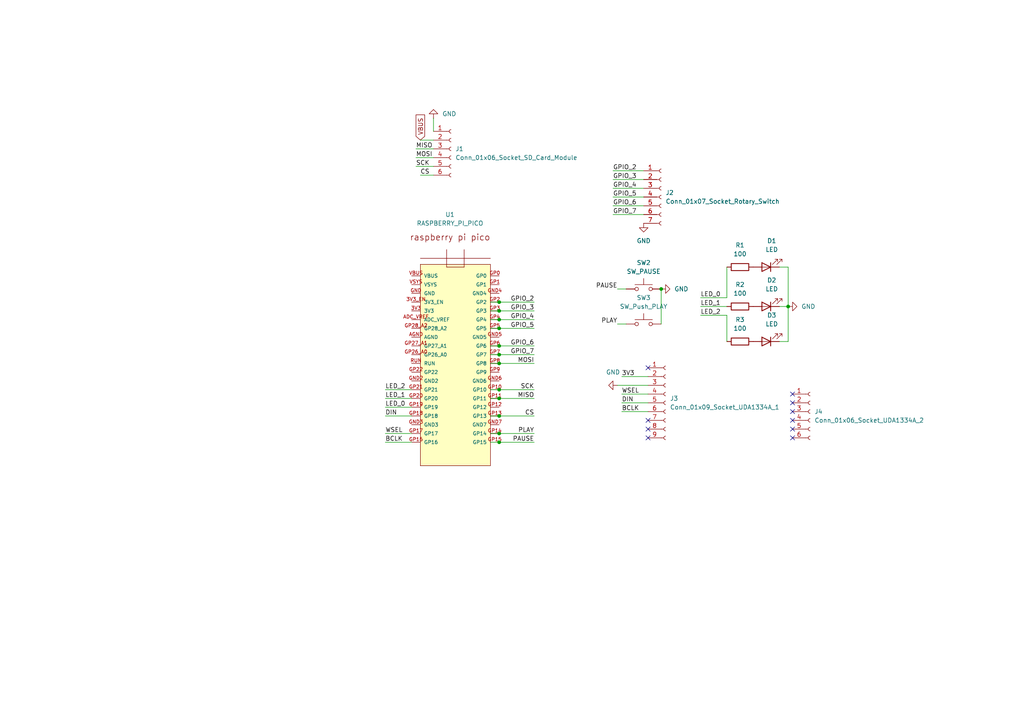
<source format=kicad_sch>
(kicad_sch (version 20231120) (generator "eeschema") (generator_version "8.0")
  (paper "A4")
  (lib_symbols
    (symbol "Connector:Conn_01x06_Socket" (pin_names (offset 1.016) hide)
      (property "Reference" "J" (at 0 7.62 0))
      (property "Value" "Conn_01x06_Socket" (at 0 -10.16 0))
      (symbol "Conn_01x06_Socket_1_1"
        (arc (start 0 -7.112) (mid -0.5058 -7.62) (end 0 -8.128) (stroke (width 0.1524)))
        (arc (start 0 -4.572) (mid -0.5058 -5.08) (end 0 -5.588) (stroke (width 0.1524)))
        (arc (start 0 -2.032) (mid -0.5058 -2.54) (end 0 -3.048) (stroke (width 0.1524)))
        (polyline (pts (xy -1.27 -7.62) (xy -0.508 -7.62)) (stroke (width 0.1524)))
        (polyline (pts (xy -1.27 -5.08) (xy -0.508 -5.08)) (stroke (width 0.1524)))
        (polyline (pts (xy -1.27 -2.54) (xy -0.508 -2.54)) (stroke (width 0.1524)))
        (polyline (pts (xy -1.27 0) (xy -0.508 0)) (stroke (width 0.1524)))
        (polyline (pts (xy -1.27 2.54) (xy -0.508 2.54)) (stroke (width 0.1524)))
        (polyline (pts (xy -1.27 5.08) (xy -0.508 5.08)) (stroke (width 0.1524)))
        (arc (start 0 0.508) (mid -0.5058 0) (end 0 -0.508) (stroke (width 0.1524)))
        (arc (start 0 3.048) (mid -0.5058 2.54) (end 0 2.032) (stroke (width 0.1524)))
        (arc (start 0 5.588) (mid -0.5058 5.08) (end 0 4.572) (stroke (width 0.1524)))
        (pin passive line (at -5.08 5.08 0) (length 3.81) (name "Pin_1") (number "1"))
        (pin passive line (at -5.08 2.54 0) (length 3.81) (name "Pin_2") (number "2"))
        (pin passive line (at -5.08 0 0) (length 3.81) (name "Pin_3") (number "3"))
        (pin passive line (at -5.08 -2.54 0) (length 3.81) (name "Pin_4") (number "4"))
        (pin passive line (at -5.08 -5.08 0) (length 3.81) (name "Pin_5") (number "5"))
        (pin passive line (at -5.08 -7.62 0) (length 3.81) (name "Pin_6") (number "6"))
      )
    )
    (symbol "Connector:Conn_01x07_Socket" (pin_names (offset 1.016) hide)
      (property "Reference" "J" (at 0 10.16 0))
      (property "Value" "Conn_01x07_Socket" (at 0 -10.16 0))
      (symbol "Conn_01x07_Socket_1_1"
        (arc (start 0 -7.112) (mid -0.5058 -7.62) (end 0 -8.128) (stroke (width 0.1524)))
        (arc (start 0 -4.572) (mid -0.5058 -5.08) (end 0 -5.588) (stroke (width 0.1524)))
        (arc (start 0 -2.032) (mid -0.5058 -2.54) (end 0 -3.048) (stroke (width 0.1524)))
        (polyline (pts (xy -1.27 -7.62) (xy -0.508 -7.62)) (stroke (width 0.1524)))
        (polyline (pts (xy -1.27 -5.08) (xy -0.508 -5.08)) (stroke (width 0.1524)))
        (polyline (pts (xy -1.27 -2.54) (xy -0.508 -2.54)) (stroke (width 0.1524)))
        (polyline (pts (xy -1.27 0) (xy -0.508 0)) (stroke (width 0.1524)))
        (polyline (pts (xy -1.27 2.54) (xy -0.508 2.54)) (stroke (width 0.1524)))
        (polyline (pts (xy -1.27 5.08) (xy -0.508 5.08)) (stroke (width 0.1524)))
        (polyline (pts (xy -1.27 7.62) (xy -0.508 7.62)) (stroke (width 0.1524)))
        (arc (start 0 0.508) (mid -0.5058 0) (end 0 -0.508) (stroke (width 0.1524)))
        (arc (start 0 3.048) (mid -0.5058 2.54) (end 0 2.032) (stroke (width 0.1524)))
        (arc (start 0 5.588) (mid -0.5058 5.08) (end 0 4.572) (stroke (width 0.1524)))
        (arc (start 0 8.128) (mid -0.5058 7.62) (end 0 7.112) (stroke (width 0.1524)))
        (pin passive line (at -5.08 7.62 0) (length 3.81) (name "Pin_1") (number "1"))
        (pin passive line (at -5.08 5.08 0) (length 3.81) (name "Pin_2") (number "2"))
        (pin passive line (at -5.08 2.54 0) (length 3.81) (name "Pin_3") (number "3"))
        (pin passive line (at -5.08 0 0) (length 3.81) (name "Pin_4") (number "4"))
        (pin passive line (at -5.08 -2.54 0) (length 3.81) (name "Pin_5") (number "5"))
        (pin passive line (at -5.08 -5.08 0) (length 3.81) (name "Pin_6") (number "6"))
        (pin passive line (at -5.08 -7.62 0) (length 3.81) (name "Pin_7") (number "7"))
      )
    )
    (symbol "Connector:Conn_01x09_Socket" (pin_names (offset 1.016) hide)
      (property "Reference" "J" (at 0 12.7 0))
      (property "Value" "Conn_01x09_Socket" (at 0 -12.7 0))
      (symbol "Conn_01x09_Socket_1_1"
        (arc (start 0 -9.652) (mid -0.5058 -10.16) (end 0 -10.668) (stroke (width 0.1524)))
        (arc (start 0 -7.112) (mid -0.5058 -7.62) (end 0 -8.128) (stroke (width 0.1524)))
        (arc (start 0 -4.572) (mid -0.5058 -5.08) (end 0 -5.588) (stroke (width 0.1524)))
        (arc (start 0 -2.032) (mid -0.5058 -2.54) (end 0 -3.048) (stroke (width 0.1524)))
        (polyline (pts (xy -1.27 -10.16) (xy -0.508 -10.16)) (stroke (width 0.1524)))
        (polyline (pts (xy -1.27 -7.62) (xy -0.508 -7.62)) (stroke (width 0.1524)))
        (polyline (pts (xy -1.27 -5.08) (xy -0.508 -5.08)) (stroke (width 0.1524)))
        (polyline (pts (xy -1.27 -2.54) (xy -0.508 -2.54)) (stroke (width 0.1524)))
        (polyline (pts (xy -1.27 0) (xy -0.508 0)) (stroke (width 0.1524)))
        (polyline (pts (xy -1.27 2.54) (xy -0.508 2.54)) (stroke (width 0.1524)))
        (polyline (pts (xy -1.27 5.08) (xy -0.508 5.08)) (stroke (width 0.1524)))
        (polyline (pts (xy -1.27 7.62) (xy -0.508 7.62)) (stroke (width 0.1524)))
        (polyline (pts (xy -1.27 10.16) (xy -0.508 10.16)) (stroke (width 0.1524)))
        (arc (start 0 0.508) (mid -0.5058 0) (end 0 -0.508) (stroke (width 0.1524)))
        (arc (start 0 3.048) (mid -0.5058 2.54) (end 0 2.032) (stroke (width 0.1524)))
        (arc (start 0 5.588) (mid -0.5058 5.08) (end 0 4.572) (stroke (width 0.1524)))
        (arc (start 0 8.128) (mid -0.5058 7.62) (end 0 7.112) (stroke (width 0.1524)))
        (arc (start 0 10.668) (mid -0.5058 10.16) (end 0 9.652) (stroke (width 0.1524)))
        (pin passive line (at -5.08 10.16 0) (length 3.81) (name "Pin_1") (number "1"))
        (pin passive line (at -5.08 7.62 0) (length 3.81) (name "Pin_2") (number "2"))
        (pin passive line (at -5.08 5.08 0) (length 3.81) (name "Pin_3") (number "3"))
        (pin passive line (at -5.08 2.54 0) (length 3.81) (name "Pin_4") (number "4"))
        (pin passive line (at -5.08 0 0) (length 3.81) (name "Pin_5") (number "5"))
        (pin passive line (at -5.08 -2.54 0) (length 3.81) (name "Pin_6") (number "6"))
        (pin passive line (at -5.08 -5.08 0) (length 3.81) (name "Pin_7") (number "7"))
        (pin passive line (at -5.08 -7.62 0) (length 3.81) (name "Pin_8") (number "8"))
        (pin passive line (at -5.08 -10.16 0) (length 3.81) (name "Pin_9") (number "9"))
      )
    )
    (symbol "Device:LED" (pin_numbers hide) (pin_names (offset 1.016) hide)
      (property "Reference" "D" (at 0 2.54 0))
      (property "Value" "LED" (at 0 -2.54 0))
      (symbol "LED_0_1"
        (polyline (pts (xy -1.27 -1.27) (xy -1.27 1.27)) (stroke (width 0.254)))
        (polyline (pts (xy -1.27 0) (xy 1.27 0)))
        (polyline (pts (xy 1.27 -1.27) (xy 1.27 1.27) (xy -1.27 0) (xy 1.27 -1.27)) (stroke (width 0.254)))
        (polyline (pts (xy -3.048 -0.762) (xy -4.572 -2.286) (xy -3.81 -2.286) (xy -4.572 -2.286) (xy -4.572 -1.524)))
        (polyline (pts (xy -1.778 -0.762) (xy -3.302 -2.286) (xy -2.54 -2.286) (xy -3.302 -2.286) (xy -3.302 -1.524)))
      )
      (symbol "LED_1_1"
        (pin passive line (at -3.81 0 0) (length 2.54) (name "K") (number "1"))
        (pin passive line (at 3.81 0 180) (length 2.54) (name "A") (number "2"))
      )
    )
    (symbol "Device:R" (pin_numbers hide) (pin_names (offset 0))
      (property "Reference" "R" (at 2.032 0 90))
      (property "Value" "R" (at 0 0 90))
      (symbol "R_0_1"
        (rectangle (start -1.016 -2.54) (end 1.016 2.54) (stroke (width 0.254)))
      )
      (symbol "R_1_1"
        (pin passive line (at 0 3.81 270) (length 1.27) (name "~") (number "1"))
        (pin passive line (at 0 -3.81 90) (length 1.27) (name "~") (number "2"))
      )
    )
    (symbol "RASPBERRY_PI_PICO:RASPBERRY_PI_PICO" (pin_names (offset 1.016))
      (property "Reference" "U" (at 0 0 0))
      (property "Value" "RASPBERRY_PI_PICO" (at 0 0 0))
      (symbol "RASPBERRY_PI_PICO_0_0"
        (rectangle (start -7.62 -34.7604) (end 12.7 23.6596) (stroke (width 0.1524)) (fill (type background)))
        (polyline (pts (xy 0 22.86) (xy 5.08 22.86)) (stroke (width 0.1524)))
        (polyline (pts (xy 0 27.94) (xy 0 22.86)) (stroke (width 0.1524)))
        (polyline (pts (xy 5.08 22.86) (xy 5.08 27.94)) (stroke (width 0.1524)))
        (polyline (pts (xy 12.7 25.4) (xy -7.62 25.4)) (stroke (width 0.1524)))
        (text "raspberry pi pico" (at -7.62 30.48 0) (effects (font (size 1.778 1.778)) (justify left bottom)))
        (pin bidirectional line (at 15.24 10.16 180) (length 2.54) (name "3V3") (number "3V3"))
        (pin bidirectional line (at 15.24 12.7 180) (length 2.54) (name "3V3_EN") (number "3V3_EN"))
        (pin bidirectional line (at 15.24 7.62 180) (length 2.54) (name "ADC_VREF") (number "ADC_VREF"))
        (pin bidirectional line (at 15.24 2.54 180) (length 2.54) (name "AGND") (number "AGND"))
        (pin bidirectional line (at 15.24 15.24 180) (length 2.54) (name "GND") (number "GND"))
        (pin bidirectional line (at 15.24 -10.16 180) (length 2.54) (name "GND2") (number "GND2"))
        (pin bidirectional line (at 15.24 -22.86 180) (length 2.54) (name "GND3") (number "GND3"))
        (pin bidirectional line (at -10.16 15.24 0) (length 2.54) (name "GND4") (number "GND4"))
        (pin bidirectional line (at -10.16 2.54 0) (length 2.54) (name "GND5") (number "GND5"))
        (pin bidirectional line (at -10.16 -10.16 0) (length 2.54) (name "GND6") (number "GND6"))
        (pin bidirectional line (at -10.16 -22.86 0) (length 2.54) (name "GND7") (number "GND7"))
        (pin bidirectional line (at -10.16 20.32 0) (length 2.54) (name "GP0") (number "GP0"))
        (pin bidirectional line (at -10.16 17.78 0) (length 2.54) (name "GP1") (number "GP1"))
        (pin bidirectional line (at -10.16 -12.7 0) (length 2.54) (name "GP10") (number "GP10"))
        (pin bidirectional line (at -10.16 -15.24 0) (length 2.54) (name "GP11") (number "GP11"))
        (pin bidirectional line (at -10.16 -17.78 0) (length 2.54) (name "GP12") (number "GP12"))
        (pin bidirectional line (at -10.16 -20.32 0) (length 2.54) (name "GP13") (number "GP13"))
        (pin bidirectional line (at -10.16 -25.4 0) (length 2.54) (name "GP14") (number "GP14"))
        (pin bidirectional line (at -10.16 -27.94 0) (length 2.54) (name "GP15") (number "GP15"))
        (pin bidirectional line (at 15.24 -27.94 180) (length 2.54) (name "GP16") (number "GP16"))
        (pin bidirectional line (at 15.24 -25.4 180) (length 2.54) (name "GP17") (number "GP17"))
        (pin bidirectional line (at 15.24 -20.32 180) (length 2.54) (name "GP18") (number "GP18"))
        (pin bidirectional line (at 15.24 -17.78 180) (length 2.54) (name "GP19") (number "GP19"))
        (pin bidirectional line (at -10.16 12.7 0) (length 2.54) (name "GP2") (number "GP2"))
        (pin bidirectional line (at 15.24 -15.24 180) (length 2.54) (name "GP20") (number "GP20"))
        (pin bidirectional line (at 15.24 -12.7 180) (length 2.54) (name "GP21") (number "GP21"))
        (pin bidirectional line (at 15.24 -7.62 180) (length 2.54) (name "GP22") (number "GP22"))
        (pin bidirectional line (at 15.24 -2.54 180) (length 2.54) (name "GP26_A0") (number "GP26_A0"))
        (pin bidirectional line (at 15.24 0 180) (length 2.54) (name "GP27_A1") (number "GP27_A1"))
        (pin bidirectional line (at 15.24 5.08 180) (length 2.54) (name "GP28_A2") (number "GP28_A2"))
        (pin bidirectional line (at -10.16 10.16 0) (length 2.54) (name "GP3") (number "GP3"))
        (pin bidirectional line (at -10.16 7.62 0) (length 2.54) (name "GP4") (number "GP4"))
        (pin bidirectional line (at -10.16 5.08 0) (length 2.54) (name "GP5") (number "GP5"))
        (pin bidirectional line (at -10.16 0 0) (length 2.54) (name "GP6") (number "GP6"))
        (pin bidirectional line (at -10.16 -2.54 0) (length 2.54) (name "GP7") (number "GP7"))
        (pin bidirectional line (at -10.16 -5.08 0) (length 2.54) (name "GP8") (number "GP8"))
        (pin bidirectional line (at -10.16 -7.62 0) (length 2.54) (name "GP9") (number "GP9"))
        (pin bidirectional line (at 15.24 -5.08 180) (length 2.54) (name "RUN") (number "RUN"))
        (pin bidirectional line (at 15.24 20.32 180) (length 2.54) (name "VBUS") (number "VBUS"))
        (pin bidirectional line (at 15.24 17.78 180) (length 2.54) (name "VSYS") (number "VSYS"))
      )
    )
    (symbol "Switch:SW_Push" (pin_numbers hide) (pin_names (offset 1.016) hide)
      (property "Reference" "SW" (at 1.27 2.54 0))
      (property "Value" "SW_Push" (at 0 -1.524 0))
      (symbol "SW_Push_0_1"
        (circle (center -2.032 0) (radius 0.508))
        (polyline (pts (xy 0 1.27) (xy 0 3.048)))
        (polyline (pts (xy 2.54 1.27) (xy -2.54 1.27)))
        (circle (center 2.032 0) (radius 0.508))
        (pin passive line (at -5.08 0 0) (length 2.54) (name "1") (number "1"))
        (pin passive line (at 5.08 0 180) (length 2.54) (name "2") (number "2"))
      )
    )
    (symbol "power:GND" (power) (pin_numbers hide) (pin_names (offset 0) hide)
      (property "Value" "GND" (at 0 -3.81 0))
      (symbol "GND_0_1"
        (polyline (pts (xy 0 0) (xy 0 -1.27) (xy 1.27 -1.27) (xy 0 -2.54) (xy -1.27 -1.27) (xy 0 -1.27)))
      )
      (symbol "GND_1_1"
        (pin power_in line (at 0 0 270) (length 0) (name "~") (number "1"))
      )
    )
  )
  (junction (at 228.6 88.9))
  (junction (at 144.78 102.87))
  (junction (at 144.78 120.65))
  (junction (at 144.78 128.27))
  (junction (at 144.78 100.33))
  (junction (at 144.78 92.71))
  (junction (at 144.78 90.17))
  (junction (at 144.78 105.41))
  (junction (at 144.78 95.25))
  (junction (at 144.78 113.03))
  (junction (at 191.77 83.82))
  (junction (at 144.78 87.63))
  (junction (at 144.78 115.57))
  (junction (at 144.78 125.73))
  (no_connect (at 187.96 124.46))
  (no_connect (at 229.87 127))
  (no_connect (at 187.96 106.68))
  (no_connect (at 229.87 121.92))
  (no_connect (at 229.87 114.3))
  (no_connect (at 187.96 127))
  (no_connect (at 187.96 121.92))
  (no_connect (at 229.87 119.38))
  (no_connect (at 229.87 124.46))
  (no_connect (at 229.87 116.84))
  (wire (pts (xy 142.24 100.33) (xy 144.78 100.33)))
  (wire (pts (xy 177.8 57.15) (xy 186.69 57.15)))
  (wire (pts (xy 121.92 50.8) (xy 125.73 50.8)))
  (wire (pts (xy 111.76 128.27) (xy 119.38 128.27)))
  (wire (pts (xy 228.6 77.47) (xy 228.6 88.9)))
  (wire (pts (xy 121.92 40.64) (xy 125.73 40.64)))
  (wire (pts (xy 179.07 93.98) (xy 181.61 93.98)))
  (wire (pts (xy 177.8 49.53) (xy 186.69 49.53)))
  (wire (pts (xy 142.24 113.03) (xy 144.78 113.03)))
  (wire (pts (xy 144.78 125.73) (xy 154.94 125.73)))
  (wire (pts (xy 111.76 118.11) (xy 119.38 118.11)))
  (wire (pts (xy 177.8 54.61) (xy 186.69 54.61)))
  (wire (pts (xy 228.6 88.9) (xy 226.06 88.9)))
  (wire (pts (xy 144.78 102.87) (xy 154.94 102.87)))
  (wire (pts (xy 144.78 87.63) (xy 154.94 87.63)))
  (wire (pts (xy 177.8 59.69) (xy 186.69 59.69)))
  (wire (pts (xy 142.24 105.41) (xy 144.78 105.41)))
  (wire (pts (xy 180.34 116.84) (xy 187.96 116.84)))
  (wire (pts (xy 111.76 120.65) (xy 119.38 120.65)))
  (wire (pts (xy 142.24 87.63) (xy 144.78 87.63)))
  (wire (pts (xy 177.8 52.07) (xy 186.69 52.07)))
  (wire (pts (xy 210.82 86.36) (xy 210.82 77.47)))
  (wire (pts (xy 179.07 83.82) (xy 181.61 83.82)))
  (wire (pts (xy 120.65 43.18) (xy 125.73 43.18)))
  (wire (pts (xy 180.34 109.22) (xy 187.96 109.22)))
  (wire (pts (xy 111.76 113.03) (xy 119.38 113.03)))
  (wire (pts (xy 203.2 86.36) (xy 210.82 86.36)))
  (wire (pts (xy 111.76 115.57) (xy 119.38 115.57)))
  (wire (pts (xy 203.2 91.44) (xy 210.82 91.44)))
  (wire (pts (xy 144.78 115.57) (xy 154.94 115.57)))
  (wire (pts (xy 144.78 92.71) (xy 154.94 92.71)))
  (wire (pts (xy 144.78 100.33) (xy 154.94 100.33)))
  (wire (pts (xy 144.78 120.65) (xy 154.94 120.65)))
  (wire (pts (xy 120.65 48.26) (xy 125.73 48.26)))
  (wire (pts (xy 144.78 128.27) (xy 154.94 128.27)))
  (wire (pts (xy 226.06 99.06) (xy 228.6 99.06)))
  (wire (pts (xy 144.78 105.41) (xy 154.94 105.41)))
  (wire (pts (xy 210.82 91.44) (xy 210.82 99.06)))
  (wire (pts (xy 177.8 62.23) (xy 186.69 62.23)))
  (wire (pts (xy 142.24 92.71) (xy 144.78 92.71)))
  (wire (pts (xy 142.24 120.65) (xy 144.78 120.65)))
  (wire (pts (xy 191.77 83.82) (xy 191.77 93.98)))
  (wire (pts (xy 120.65 45.72) (xy 125.73 45.72)))
  (wire (pts (xy 142.24 128.27) (xy 144.78 128.27)))
  (wire (pts (xy 142.24 125.73) (xy 144.78 125.73)))
  (wire (pts (xy 226.06 77.47) (xy 228.6 77.47)))
  (wire (pts (xy 142.24 102.87) (xy 144.78 102.87)))
  (wire (pts (xy 203.2 88.9) (xy 210.82 88.9)))
  (wire (pts (xy 144.78 90.17) (xy 154.94 90.17)))
  (wire (pts (xy 144.78 113.03) (xy 154.94 113.03)))
  (wire (pts (xy 111.76 125.73) (xy 119.38 125.73)))
  (wire (pts (xy 142.24 115.57) (xy 144.78 115.57)))
  (wire (pts (xy 179.07 111.76) (xy 187.96 111.76)))
  (wire (pts (xy 144.78 95.25) (xy 154.94 95.25)))
  (wire (pts (xy 125.73 34.29) (xy 125.73 38.1)))
  (wire (pts (xy 142.24 90.17) (xy 144.78 90.17)))
  (wire (pts (xy 180.34 114.3) (xy 187.96 114.3)))
  (wire (pts (xy 180.34 119.38) (xy 187.96 119.38)))
  (wire (pts (xy 142.24 95.25) (xy 144.78 95.25)))
  (wire (pts (xy 228.6 99.06) (xy 228.6 88.9)))
  (label "SCK" (at 120.65 48.26 0))
  (label "GPIO_3" (at 177.8 52.07 0))
  (label "LED_1" (at 203.2 88.9 0))
  (label "GPIO_2" (at 154.94 87.63 180))
  (label "BCLK" (at 111.76 128.27 0))
  (label "LED_1" (at 111.76 115.57 0))
  (label "LED_2" (at 203.2 91.44 0))
  (label "DIN" (at 180.34 116.84 0))
  (label "GPIO_5" (at 154.94 95.25 180))
  (label "WSEL" (at 111.76 125.73 0))
  (label "MOSI" (at 154.94 105.41 180))
  (label "CS" (at 121.92 50.8 0))
  (label "3V3" (at 180.34 109.22 0))
  (label "MISO" (at 120.65 43.18 0))
  (label "GPIO_5" (at 177.8 57.15 0))
  (label "GPIO_6" (at 177.8 59.69 0))
  (label "GPIO_4" (at 154.94 92.71 180))
  (label "CS" (at 154.94 120.65 180))
  (label "SCK" (at 154.94 113.03 180))
  (label "PAUSE" (at 154.94 128.27 180))
  (label "LED_2" (at 111.76 113.03 0))
  (label "WSEL" (at 180.34 114.3 0))
  (label "GPIO_7" (at 154.94 102.87 180))
  (label "PLAY" (at 154.94 125.73 180))
  (label "MOSI" (at 120.65 45.72 0))
  (label "LED_0" (at 111.76 118.11 0))
  (label "GPIO_6" (at 154.94 100.33 180))
  (label "PAUSE" (at 179.07 83.82 180))
  (label "PLAY" (at 179.07 93.98 180))
  (label "DIN" (at 111.76 120.65 0))
  (label "GPIO_3" (at 154.94 90.17 180))
  (label "GPIO_4" (at 177.8 54.61 0))
  (label "LED_0" (at 203.2 86.36 0))
  (label "GPIO_7" (at 177.8 62.23 0))
  (label "MISO" (at 154.94 115.57 180))
  (label "GPIO_2" (at 177.8 49.53 0))
  (label "BCLK" (at 180.34 119.38 0))
  (global_label "VBUS" (shape input) (at 121.92 40.64 90) (property "Intersheetrefs" "${INTERSHEET_REFS}" (effects (hide yes))))
  (symbol (lib_id "Switch:SW_Push") (at 186.69 83.82 0) (unit 1)
    (property "Reference" "SW2" (at 186.69 76.2 0))
    (property "Value" "SW_PAUSE" (at 186.69 78.74 0))
    (property "Footprint" "Button_Switch_THT:SW_Tactile_Straight_KSL0Axx1LFTR" (effects (hide yes)))
    (property "Description" "Push button switch, generic, two pins" (effects (hide yes)))
  )
  (symbol (lib_id "Device:LED") (at 222.25 99.06 180) (unit 1)
    (property "Reference" "D3" (at 223.8375 91.44 0))
    (property "Value" "LED" (at 223.8375 93.98 0))
    (property "Footprint" "LED_THT:LED_D3.0mm" (effects (hide yes)))
    (property "Description" "Light emitting diode" (effects (hide yes)))
  )
  (symbol (lib_id "Device:R") (at 214.63 99.06 90) (unit 1)
    (property "Reference" "R3" (at 214.63 92.71 90))
    (property "Value" "100" (at 214.63 95.25 90))
    (property "Footprint" "Resistor_THT:R_Axial_DIN0309_L9.0mm_D3.2mm_P15.24mm_Horizontal" (effects (hide yes)))
    (property "Description" "Resistor" (effects (hide yes)))
  )
  (symbol (lib_id "Switch:SW_Push") (at 186.69 93.98 0) (unit 1)
    (property "Reference" "SW3" (at 186.69 86.36 0))
    (property "Value" "SW_Push_PLAY" (at 186.69 88.9 0))
    (property "Footprint" "Button_Switch_THT:SW_Tactile_Straight_KSL0Axx1LFTR" (effects (hide yes)))
    (property "Description" "Push button switch, generic, two pins" (effects (hide yes)))
  )
  (symbol (lib_id "power:GND") (at 186.69 64.77 0) (unit 1)
    (property "Reference" "#PWR4" (effects (hide yes)))
    (property "Value" "GND" (at 186.69 69.85 0))
    (property "Description" "Power symbol creates a global label with name \"GND\" , ground" (effects (hide yes)))
  )
  (symbol (lib_id "Connector:Conn_01x06_Socket") (at 234.95 119.38 0) (unit 1)
    (property "Reference" "J4" (at 236.22 119.3799 0) (effects (justify left)))
    (property "Value" "Conn_01x06_Socket_UDA1334A_2" (at 236.22 121.9199 0) (effects (justify left)))
    (property "Footprint" "Connector_PinSocket_2.54mm:PinSocket_1x06_P2.54mm_Vertical" (effects (hide yes)))
    (property "Description" "Generic connector, single row, 01x06, script generated" (effects (hide yes)))
  )
  (symbol (lib_id "power:GND") (at 191.77 83.82 90) (unit 1)
    (property "Reference" "#PWR05" (effects (hide yes)))
    (property "Value" "GND" (at 195.58 83.8199 90) (effects (justify right)))
    (property "Description" "Power symbol creates a global label with name \"GND\" , ground" (effects (hide yes)))
  )
  (symbol (lib_id "power:GND") (at 125.73 34.29 180) (unit 1)
    (property "Reference" "#PWR03" (effects (hide yes)))
    (property "Value" "GND" (at 128.27 33.0199 0) (effects (justify right)))
    (property "Description" "Power symbol creates a global label with name \"GND\" , ground" (effects (hide yes)))
  )
  (symbol (lib_id "RASPBERRY_PI_PICO:RASPBERRY_PI_PICO") (at 134.62 100.33 0) (mirror y) (unit 1)
    (property "Reference" "U1" (at 130.5229 62.23 0))
    (property "Value" "RASPBERRY_PI_PICO" (at 130.5229 64.77 0))
    (property "Footprint" "RPI_Pico:RASPBERRY_PI_PICO" (effects (hide yes)))
    (property "MF" "Raspberry Pi" (effects (hide yes)))
    (property "Description_1" "\n                        \n                            Raspberry Pi Board, Arm Cortex-M0+; Core Architecture:Arm; Core Sub-Architecture:Cortex-M0+; Kit Contents:Raspberry Pi Pico Board; No. Of Bits:32Bit; Silicon Core Number:Rp2040; Silicon Manufacturer:Raspberry Pi |Raspberry-Pi RASPBERRY PI PICO\n                        \n" (effects (hide yes)))
    (property "Package" "None" (effects (hide yes)))
    (property "Price" "None" (effects (hide yes)))
    (property "SnapEDA_Link" "https://www.snapeda.com/parts/RASPBERRY%20PI%20PICO/Raspberry+Pi/view-part/?ref=snap" (effects (hide yes)))
    (property "MP" "RASPBERRY PI PICO" (effects (hide yes)))
    (property "Availability" "Not in stock" (effects (hide yes)))
    (property "Check_prices" "https://www.snapeda.com/parts/RASPBERRY%20PI%20PICO/Raspberry+Pi/view-part/?ref=eda" (effects (hide yes)))
  )
  (symbol (lib_id "Connector:Conn_01x07_Socket") (at 191.77 57.15 0) (unit 1)
    (property "Reference" "J2" (at 193.04 55.8799 0) (effects (justify left)))
    (property "Value" "Conn_01x07_Socket_Rotary_Switch" (at 193.04 58.4199 0) (effects (justify left)))
    (property "Footprint" "Connector_JST:JST_XH_B7B-XH-A_1x07_P2.50mm_Vertical" (effects (hide yes)))
    (property "Description" "Generic connector, single row, 01x07, script generated" (effects (hide yes)))
  )
  (symbol (lib_id "Device:LED") (at 222.25 88.9 180) (unit 1)
    (property "Reference" "D2" (at 223.8375 81.28 0))
    (property "Value" "LED" (at 223.8375 83.82 0))
    (property "Footprint" "LED_THT:LED_D3.0mm" (effects (hide yes)))
    (property "Description" "Light emitting diode" (effects (hide yes)))
  )
  (symbol (lib_id "Connector:Conn_01x09_Socket") (at 193.04 116.84 0) (unit 1)
    (property "Reference" "J3" (at 194.31 115.5699 0) (effects (justify left)))
    (property "Value" "Conn_01x09_Socket_UDA1334A_1" (at 194.31 118.1099 0) (effects (justify left)))
    (property "Footprint" "Connector_PinSocket_2.54mm:PinSocket_1x09_P2.54mm_Vertical" (effects (hide yes)))
    (property "Description" "Generic connector, single row, 01x09, script generated" (effects (hide yes)))
  )
  (symbol (lib_id "Connector:Conn_01x06_Socket") (at 130.81 43.18 0) (unit 1)
    (property "Reference" "J1" (at 132.08 43.1799 0) (effects (justify left)))
    (property "Value" "Conn_01x06_Socket_SD_Card_Module" (at 132.08 45.7199 0) (effects (justify left)))
    (property "Footprint" "Connector_PinSocket_2.54mm:PinSocket_1x06_P2.54mm_Horizontal" (effects (hide yes)))
    (property "Description" "Generic connector, single row, 01x06, script generated" (effects (hide yes)))
  )
  (symbol (lib_id "Device:LED") (at 222.25 77.47 180) (unit 1)
    (property "Reference" "D1" (at 223.8375 69.85 0))
    (property "Value" "LED" (at 223.8375 72.39 0))
    (property "Footprint" "LED_THT:LED_D3.0mm" (effects (hide yes)))
    (property "Description" "Light emitting diode" (effects (hide yes)))
  )
  (symbol (lib_id "Device:R") (at 214.63 77.47 90) (unit 1)
    (property "Reference" "R1" (at 214.63 71.12 90))
    (property "Value" "100" (at 214.63 73.66 90))
    (property "Footprint" "Resistor_THT:R_Axial_DIN0309_L9.0mm_D3.2mm_P15.24mm_Horizontal" (effects (hide yes)))
    (property "Description" "Resistor" (effects (hide yes)))
  )
  (symbol (lib_id "power:GND") (at 179.07 111.76 270) (unit 1)
    (property "Reference" "#PWR2" (effects (hide yes)))
    (property "Value" "GND" (at 177.8 107.95 90))
    (property "Description" "Power symbol creates a global label with name \"GND\" , ground" (effects (hide yes)))
  )
  (symbol (lib_id "Device:R") (at 214.63 88.9 90) (unit 1)
    (property "Reference" "R2" (at 214.63 82.55 90))
    (property "Value" "100" (at 214.63 85.09 90))
    (property "Footprint" "Resistor_THT:R_Axial_DIN0309_L9.0mm_D3.2mm_P15.24mm_Horizontal" (effects (hide yes)))
    (property "Description" "Resistor" (effects (hide yes)))
  )
  (symbol (lib_id "power:GND") (at 228.6 88.9 90) (unit 1)
    (property "Reference" "#PWR1" (effects (hide yes)))
    (property "Value" "GND" (at 232.41 88.8999 90) (effects (justify right)))
    (property "Description" "Power symbol creates a global label with name \"GND\" , ground" (effects (hide yes)))
  )
)
</source>
